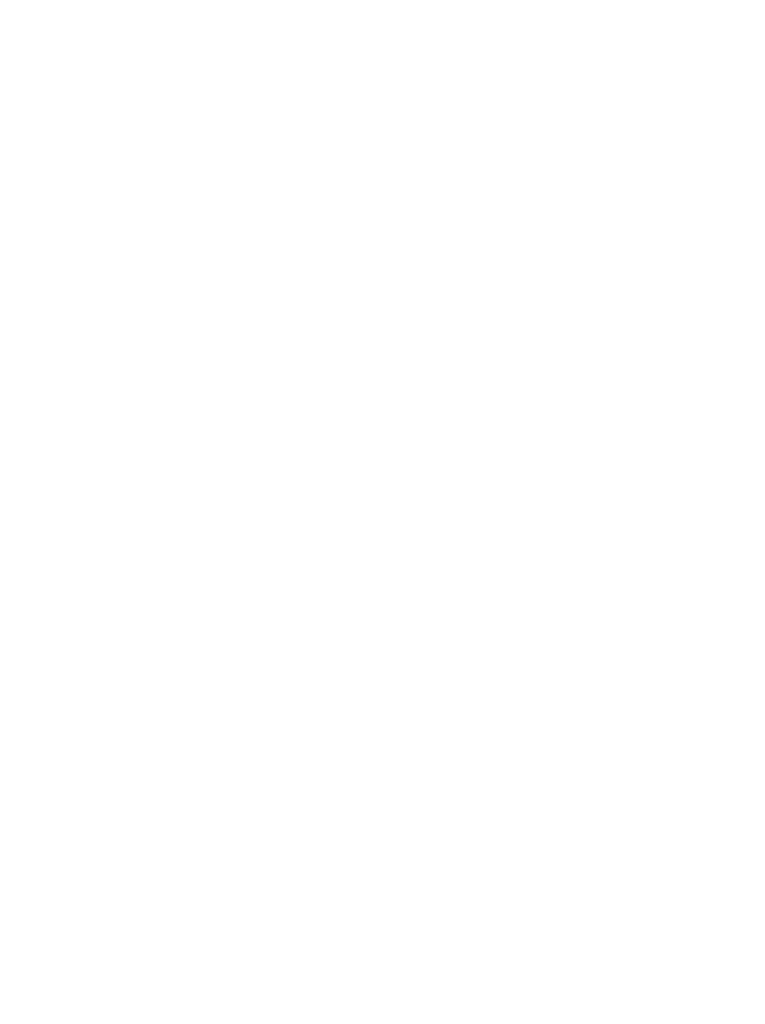
<source format=kicad_pcb>
(kicad_pcb
	(version 20240108)
	(generator "pcbnew")
	(generator_version "8.0")
	(general
		(thickness 1.6)
		(legacy_teardrops no)
	)
	(paper "A4")
	(layers
		(0 "F.Cu" signal)
		(31 "B.Cu" signal)
		(32 "B.Adhes" user "B.Adhesive")
		(33 "F.Adhes" user "F.Adhesive")
		(34 "B.Paste" user)
		(35 "F.Paste" user)
		(36 "B.SilkS" user "B.Silkscreen")
		(37 "F.SilkS" user "F.Silkscreen")
		(38 "B.Mask" user)
		(39 "F.Mask" user)
		(40 "Dwgs.User" user "User.Drawings")
		(41 "Cmts.User" user "User.Comments")
		(42 "Eco1.User" user "User.Eco1")
		(43 "Eco2.User" user "User.Eco2")
		(44 "Edge.Cuts" user)
		(45 "Margin" user)
		(46 "B.CrtYd" user "B.Courtyard")
		(47 "F.CrtYd" user "F.Courtyard")
		(48 "B.Fab" user)
		(49 "F.Fab" user)
		(50 "User.1" user)
		(51 "User.2" user)
		(52 "User.3" user)
		(53 "User.4" user)
		(54 "User.5" user)
		(55 "User.6" user)
		(56 "User.7" user)
		(57 "User.8" user)
		(58 "User.9" user)
	)
	(setup
		(pad_to_mask_clearance 0)
		(allow_soldermask_bridges_in_footprints no)
		(pcbplotparams
			(layerselection 0x00010fc_ffffffff)
			(plot_on_all_layers_selection 0x0000000_00000000)
			(disableapertmacros no)
			(usegerberextensions no)
			(usegerberattributes yes)
			(usegerberadvancedattributes yes)
			(creategerberjobfile yes)
			(dashed_line_dash_ratio 12.000000)
			(dashed_line_gap_ratio 3.000000)
			(svgprecision 4)
			(plotframeref no)
			(viasonmask no)
			(mode 1)
			(useauxorigin no)
			(hpglpennumber 1)
			(hpglpenspeed 20)
			(hpglpendiameter 15.000000)
			(pdf_front_fp_property_popups yes)
			(pdf_back_fp_property_popups yes)
			(dxfpolygonmode yes)
			(dxfimperialunits yes)
			(dxfusepcbnewfont yes)
			(psnegative no)
			(psa4output no)
			(plotreference yes)
			(plotvalue yes)
			(plotfptext yes)
			(plotinvisibletext no)
			(sketchpadsonfab no)
			(subtractmaskfromsilk no)
			(outputformat 1)
			(mirror no)
			(drillshape 1)
			(scaleselection 1)
			(outputdirectory "")
		)
	)
	(net 0 "")
	(gr_rect
		(start 118 106.5)
		(end 160.5 124)
		(stroke
			(width 0.1)
			(type default)
		)
		(fill none)
		(layer "B.Mask")
		(uuid "033bd394-9d7f-4fe5-a972-c9dd1def9aa9")
	)
	(gr_circle
		(center 108 56.5)
		(end 116 62.5)
		(stroke
			(width 0.1)
			(type default)
		)
		(fill none)
		(layer "B.Mask")
		(uuid "1008ce52-fdde-4c87-9f39-4bdfbf985e54")
	)
	(gr_rect
		(start 103.5 129.5)
		(end 173.5 171)
		(stroke
			(width 0.1)
			(type default)
		)
		(fill none)
		(layer "B.Mask")
		(uuid "108fc7f0-21ad-4069-a697-fb40ad60cb3f")
	)
	(gr_circle
		(center 174.5 91)
		(end 182.5 97)
		(stroke
			(width 0.1)
			(type default)
		)
		(fill none)
		(layer "B.Mask")
		(uuid "43d2d941-8666-41c3-b67a-8d1cbcb8a9cd")
	)
	(gr_line
		(start 153 106)
		(end 175.75 90.75)
		(stroke
			(width 0.1)
			(type default)
		)
		(layer "B.Mask")
		(uuid "4d4f1075-7ab3-4674-babc-7b2867eba063")
	)
	(gr_circle
		(center 94 90)
		(end 86 84)
		(stroke
			(width 0.1)
			(type default)
		)
		(fill none)
		(layer "B.Mask")
		(uuid "6551453d-5e47-49a1-ad85-4a4aff7c8b15")
	)
	(gr_line
		(start 99 97.5)
		(end 108 66.5)
		(stroke
			(width 0.1)
			(type default)
		)
		(layer "B.Mask")
		(uuid "726f016d-ff87-4467-becb-8d7d354f6786")
	)
	(gr_circle
		(center 160.5 59)
		(end 168.5 65)
		(stroke
			(width 0.1)
			(type default)
		)
		(fill none)
		(layer "B.Mask")
		(uuid "8d33b047-790c-40f6-8412-7000a7b463ff")
	)
	(gr_line
		(start 129.5 106.5)
		(end 99 97.5)
		(stroke
			(width 0.1)
			(type default)
		)
		(layer "B.Mask")
		(uuid "9ea091f4-ea29-46a5-9d6f-2d09325c4a38")
	)
	(gr_line
		(start 169 98)
		(end 160.5 69)
		(stroke
			(width 0.1)
			(type default)
		)
		(layer "B.Mask")
		(uuid "d8d7867f-9bf4-4583-a7df-17a081ec2aca")
	)
	(gr_text "RTD\n"
		(at 88 38 0)
		(layer "B.Mask")
		(uuid "006b9b65-c2a1-46a0-a0fe-0841e8ff4a8a")
		(effects
			(font
				(size 1 1)
				(thickness 0.15)
			)
			(justify left bottom mirror)
		)
	)
	(gr_text "RTD\n"
		(at 102.5 38 0)
		(layer "B.Mask")
		(uuid "25830f3d-eca8-4fd8-aa1b-f338631629bf")
		(effects
			(font
				(size 1 1)
				(thickness 0.15)
			)
			(justify left bottom mirror)
		)
	)
)

</source>
